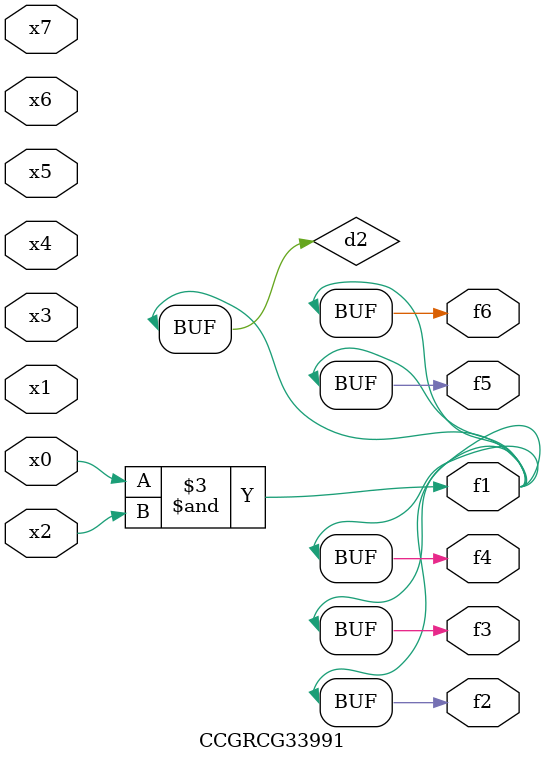
<source format=v>
module CCGRCG33991(
	input x0, x1, x2, x3, x4, x5, x6, x7,
	output f1, f2, f3, f4, f5, f6
);

	wire d1, d2;

	nor (d1, x3, x6);
	and (d2, x0, x2);
	assign f1 = d2;
	assign f2 = d2;
	assign f3 = d2;
	assign f4 = d2;
	assign f5 = d2;
	assign f6 = d2;
endmodule

</source>
